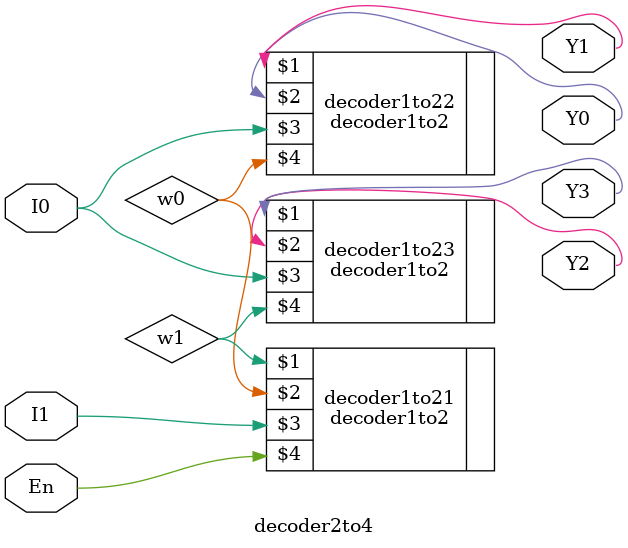
<source format=v>
module decoder2to4(Y3, Y2, Y1, Y0, I1, I0, En);

output reg Y3, Y2, Y1, Y0;

input I1, I0, En;

wire w0, w1;

	decoder1to2 decoder1to21(w1, w0, I1, En);
	decoder1to2 decoder1to22(Y1, Y0, I0, w0);
	decoder1to2 decoder1to23(Y3, Y2, I0, w1);

endmodule
</source>
